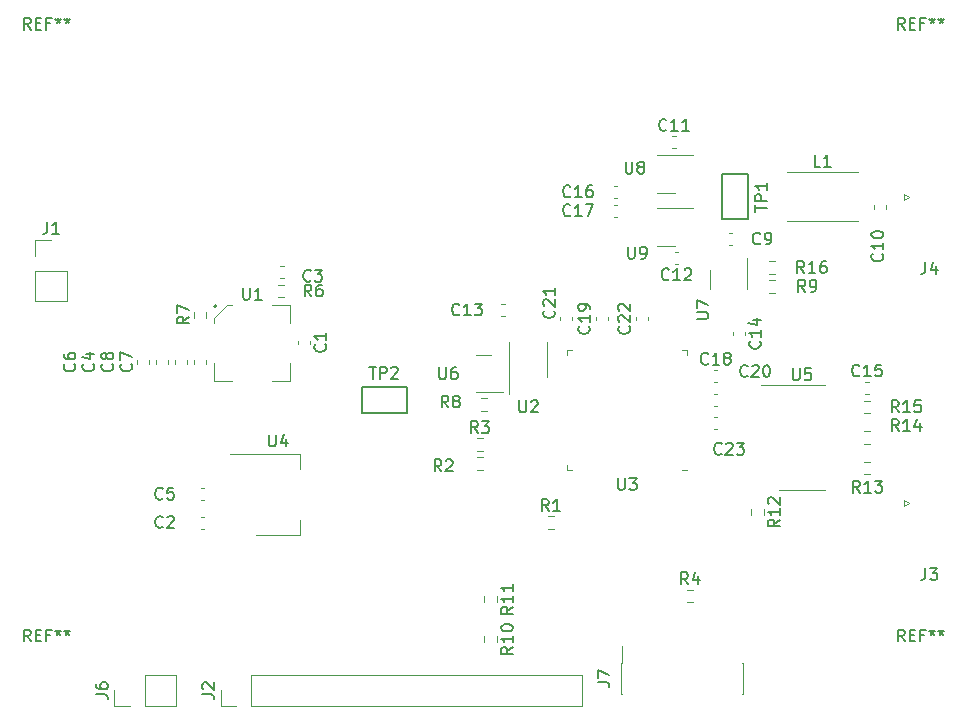
<source format=gbr>
%TF.GenerationSoftware,KiCad,Pcbnew,6.0.6-3a73a75311~116~ubuntu20.04.1*%
%TF.CreationDate,2022-09-22T10:05:31+01:00*%
%TF.ProjectId,UFOMothership,55464f4d-6f74-4686-9572-736869702e6b,rev?*%
%TF.SameCoordinates,Original*%
%TF.FileFunction,Legend,Top*%
%TF.FilePolarity,Positive*%
%FSLAX46Y46*%
G04 Gerber Fmt 4.6, Leading zero omitted, Abs format (unit mm)*
G04 Created by KiCad (PCBNEW 6.0.6-3a73a75311~116~ubuntu20.04.1) date 2022-09-22 10:05:31*
%MOMM*%
%LPD*%
G01*
G04 APERTURE LIST*
%ADD10C,0.150000*%
%ADD11C,0.120000*%
%ADD12C,0.200000*%
G04 APERTURE END LIST*
D10*
%TO.C,C23*%
X189357142Y-88557142D02*
X189309523Y-88604761D01*
X189166666Y-88652380D01*
X189071428Y-88652380D01*
X188928571Y-88604761D01*
X188833333Y-88509523D01*
X188785714Y-88414285D01*
X188738095Y-88223809D01*
X188738095Y-88080952D01*
X188785714Y-87890476D01*
X188833333Y-87795238D01*
X188928571Y-87700000D01*
X189071428Y-87652380D01*
X189166666Y-87652380D01*
X189309523Y-87700000D01*
X189357142Y-87747619D01*
X189738095Y-87747619D02*
X189785714Y-87700000D01*
X189880952Y-87652380D01*
X190119047Y-87652380D01*
X190214285Y-87700000D01*
X190261904Y-87747619D01*
X190309523Y-87842857D01*
X190309523Y-87938095D01*
X190261904Y-88080952D01*
X189690476Y-88652380D01*
X190309523Y-88652380D01*
X190642857Y-87652380D02*
X191261904Y-87652380D01*
X190928571Y-88033333D01*
X191071428Y-88033333D01*
X191166666Y-88080952D01*
X191214285Y-88128571D01*
X191261904Y-88223809D01*
X191261904Y-88461904D01*
X191214285Y-88557142D01*
X191166666Y-88604761D01*
X191071428Y-88652380D01*
X190785714Y-88652380D01*
X190690476Y-88604761D01*
X190642857Y-88557142D01*
%TO.C,C22*%
X181527142Y-77780356D02*
X181574761Y-77827975D01*
X181622380Y-77970832D01*
X181622380Y-78066070D01*
X181574761Y-78208927D01*
X181479523Y-78304165D01*
X181384285Y-78351784D01*
X181193809Y-78399403D01*
X181050952Y-78399403D01*
X180860476Y-78351784D01*
X180765238Y-78304165D01*
X180670000Y-78208927D01*
X180622380Y-78066070D01*
X180622380Y-77970832D01*
X180670000Y-77827975D01*
X180717619Y-77780356D01*
X180717619Y-77399403D02*
X180670000Y-77351784D01*
X180622380Y-77256546D01*
X180622380Y-77018451D01*
X180670000Y-76923213D01*
X180717619Y-76875594D01*
X180812857Y-76827975D01*
X180908095Y-76827975D01*
X181050952Y-76875594D01*
X181622380Y-77447022D01*
X181622380Y-76827975D01*
X180717619Y-76447022D02*
X180670000Y-76399403D01*
X180622380Y-76304165D01*
X180622380Y-76066070D01*
X180670000Y-75970832D01*
X180717619Y-75923213D01*
X180812857Y-75875594D01*
X180908095Y-75875594D01*
X181050952Y-75923213D01*
X181622380Y-76494641D01*
X181622380Y-75875594D01*
%TO.C,C21*%
X175157142Y-76442857D02*
X175204761Y-76490476D01*
X175252380Y-76633333D01*
X175252380Y-76728571D01*
X175204761Y-76871428D01*
X175109523Y-76966666D01*
X175014285Y-77014285D01*
X174823809Y-77061904D01*
X174680952Y-77061904D01*
X174490476Y-77014285D01*
X174395238Y-76966666D01*
X174300000Y-76871428D01*
X174252380Y-76728571D01*
X174252380Y-76633333D01*
X174300000Y-76490476D01*
X174347619Y-76442857D01*
X174347619Y-76061904D02*
X174300000Y-76014285D01*
X174252380Y-75919047D01*
X174252380Y-75680952D01*
X174300000Y-75585714D01*
X174347619Y-75538095D01*
X174442857Y-75490476D01*
X174538095Y-75490476D01*
X174680952Y-75538095D01*
X175252380Y-76109523D01*
X175252380Y-75490476D01*
X175252380Y-74538095D02*
X175252380Y-75109523D01*
X175252380Y-74823809D02*
X174252380Y-74823809D01*
X174395238Y-74919047D01*
X174490476Y-75014285D01*
X174538095Y-75109523D01*
%TO.C,C20*%
X191557142Y-81957142D02*
X191509523Y-82004761D01*
X191366666Y-82052380D01*
X191271428Y-82052380D01*
X191128571Y-82004761D01*
X191033333Y-81909523D01*
X190985714Y-81814285D01*
X190938095Y-81623809D01*
X190938095Y-81480952D01*
X190985714Y-81290476D01*
X191033333Y-81195238D01*
X191128571Y-81100000D01*
X191271428Y-81052380D01*
X191366666Y-81052380D01*
X191509523Y-81100000D01*
X191557142Y-81147619D01*
X191938095Y-81147619D02*
X191985714Y-81100000D01*
X192080952Y-81052380D01*
X192319047Y-81052380D01*
X192414285Y-81100000D01*
X192461904Y-81147619D01*
X192509523Y-81242857D01*
X192509523Y-81338095D01*
X192461904Y-81480952D01*
X191890476Y-82052380D01*
X192509523Y-82052380D01*
X193128571Y-81052380D02*
X193223809Y-81052380D01*
X193319047Y-81100000D01*
X193366666Y-81147619D01*
X193414285Y-81242857D01*
X193461904Y-81433333D01*
X193461904Y-81671428D01*
X193414285Y-81861904D01*
X193366666Y-81957142D01*
X193319047Y-82004761D01*
X193223809Y-82052380D01*
X193128571Y-82052380D01*
X193033333Y-82004761D01*
X192985714Y-81957142D01*
X192938095Y-81861904D01*
X192890476Y-81671428D01*
X192890476Y-81433333D01*
X192938095Y-81242857D01*
X192985714Y-81147619D01*
X193033333Y-81100000D01*
X193128571Y-81052380D01*
%TO.C,C19*%
X178127142Y-77780356D02*
X178174761Y-77827975D01*
X178222380Y-77970832D01*
X178222380Y-78066070D01*
X178174761Y-78208927D01*
X178079523Y-78304165D01*
X177984285Y-78351784D01*
X177793809Y-78399403D01*
X177650952Y-78399403D01*
X177460476Y-78351784D01*
X177365238Y-78304165D01*
X177270000Y-78208927D01*
X177222380Y-78066070D01*
X177222380Y-77970832D01*
X177270000Y-77827975D01*
X177317619Y-77780356D01*
X178222380Y-76827975D02*
X178222380Y-77399403D01*
X178222380Y-77113689D02*
X177222380Y-77113689D01*
X177365238Y-77208927D01*
X177460476Y-77304165D01*
X177508095Y-77399403D01*
X178222380Y-76351784D02*
X178222380Y-76161308D01*
X178174761Y-76066070D01*
X178127142Y-76018451D01*
X177984285Y-75923213D01*
X177793809Y-75875594D01*
X177412857Y-75875594D01*
X177317619Y-75923213D01*
X177270000Y-75970832D01*
X177222380Y-76066070D01*
X177222380Y-76256546D01*
X177270000Y-76351784D01*
X177317619Y-76399403D01*
X177412857Y-76447022D01*
X177650952Y-76447022D01*
X177746190Y-76399403D01*
X177793809Y-76351784D01*
X177841428Y-76256546D01*
X177841428Y-76066070D01*
X177793809Y-75970832D01*
X177746190Y-75923213D01*
X177650952Y-75875594D01*
%TO.C,C18*%
X188219642Y-80927142D02*
X188172023Y-80974761D01*
X188029166Y-81022380D01*
X187933928Y-81022380D01*
X187791071Y-80974761D01*
X187695833Y-80879523D01*
X187648214Y-80784285D01*
X187600595Y-80593809D01*
X187600595Y-80450952D01*
X187648214Y-80260476D01*
X187695833Y-80165238D01*
X187791071Y-80070000D01*
X187933928Y-80022380D01*
X188029166Y-80022380D01*
X188172023Y-80070000D01*
X188219642Y-80117619D01*
X189172023Y-81022380D02*
X188600595Y-81022380D01*
X188886309Y-81022380D02*
X188886309Y-80022380D01*
X188791071Y-80165238D01*
X188695833Y-80260476D01*
X188600595Y-80308095D01*
X189743452Y-80450952D02*
X189648214Y-80403333D01*
X189600595Y-80355714D01*
X189552976Y-80260476D01*
X189552976Y-80212857D01*
X189600595Y-80117619D01*
X189648214Y-80070000D01*
X189743452Y-80022380D01*
X189933928Y-80022380D01*
X190029166Y-80070000D01*
X190076785Y-80117619D01*
X190124404Y-80212857D01*
X190124404Y-80260476D01*
X190076785Y-80355714D01*
X190029166Y-80403333D01*
X189933928Y-80450952D01*
X189743452Y-80450952D01*
X189648214Y-80498571D01*
X189600595Y-80546190D01*
X189552976Y-80641428D01*
X189552976Y-80831904D01*
X189600595Y-80927142D01*
X189648214Y-80974761D01*
X189743452Y-81022380D01*
X189933928Y-81022380D01*
X190029166Y-80974761D01*
X190076785Y-80927142D01*
X190124404Y-80831904D01*
X190124404Y-80641428D01*
X190076785Y-80546190D01*
X190029166Y-80498571D01*
X189933928Y-80450952D01*
%TO.C,C17*%
X176557142Y-68357142D02*
X176509523Y-68404761D01*
X176366666Y-68452380D01*
X176271428Y-68452380D01*
X176128571Y-68404761D01*
X176033333Y-68309523D01*
X175985714Y-68214285D01*
X175938095Y-68023809D01*
X175938095Y-67880952D01*
X175985714Y-67690476D01*
X176033333Y-67595238D01*
X176128571Y-67500000D01*
X176271428Y-67452380D01*
X176366666Y-67452380D01*
X176509523Y-67500000D01*
X176557142Y-67547619D01*
X177509523Y-68452380D02*
X176938095Y-68452380D01*
X177223809Y-68452380D02*
X177223809Y-67452380D01*
X177128571Y-67595238D01*
X177033333Y-67690476D01*
X176938095Y-67738095D01*
X177842857Y-67452380D02*
X178509523Y-67452380D01*
X178080952Y-68452380D01*
%TO.C,C16*%
X176557142Y-66757142D02*
X176509523Y-66804761D01*
X176366666Y-66852380D01*
X176271428Y-66852380D01*
X176128571Y-66804761D01*
X176033333Y-66709523D01*
X175985714Y-66614285D01*
X175938095Y-66423809D01*
X175938095Y-66280952D01*
X175985714Y-66090476D01*
X176033333Y-65995238D01*
X176128571Y-65900000D01*
X176271428Y-65852380D01*
X176366666Y-65852380D01*
X176509523Y-65900000D01*
X176557142Y-65947619D01*
X177509523Y-66852380D02*
X176938095Y-66852380D01*
X177223809Y-66852380D02*
X177223809Y-65852380D01*
X177128571Y-65995238D01*
X177033333Y-66090476D01*
X176938095Y-66138095D01*
X178366666Y-65852380D02*
X178176190Y-65852380D01*
X178080952Y-65900000D01*
X178033333Y-65947619D01*
X177938095Y-66090476D01*
X177890476Y-66280952D01*
X177890476Y-66661904D01*
X177938095Y-66757142D01*
X177985714Y-66804761D01*
X178080952Y-66852380D01*
X178271428Y-66852380D01*
X178366666Y-66804761D01*
X178414285Y-66757142D01*
X178461904Y-66661904D01*
X178461904Y-66423809D01*
X178414285Y-66328571D01*
X178366666Y-66280952D01*
X178271428Y-66233333D01*
X178080952Y-66233333D01*
X177985714Y-66280952D01*
X177938095Y-66328571D01*
X177890476Y-66423809D01*
%TO.C,C15*%
X201019642Y-81927142D02*
X200972023Y-81974761D01*
X200829166Y-82022380D01*
X200733928Y-82022380D01*
X200591071Y-81974761D01*
X200495833Y-81879523D01*
X200448214Y-81784285D01*
X200400595Y-81593809D01*
X200400595Y-81450952D01*
X200448214Y-81260476D01*
X200495833Y-81165238D01*
X200591071Y-81070000D01*
X200733928Y-81022380D01*
X200829166Y-81022380D01*
X200972023Y-81070000D01*
X201019642Y-81117619D01*
X201972023Y-82022380D02*
X201400595Y-82022380D01*
X201686309Y-82022380D02*
X201686309Y-81022380D01*
X201591071Y-81165238D01*
X201495833Y-81260476D01*
X201400595Y-81308095D01*
X202876785Y-81022380D02*
X202400595Y-81022380D01*
X202352976Y-81498571D01*
X202400595Y-81450952D01*
X202495833Y-81403333D01*
X202733928Y-81403333D01*
X202829166Y-81450952D01*
X202876785Y-81498571D01*
X202924404Y-81593809D01*
X202924404Y-81831904D01*
X202876785Y-81927142D01*
X202829166Y-81974761D01*
X202733928Y-82022380D01*
X202495833Y-82022380D01*
X202400595Y-81974761D01*
X202352976Y-81927142D01*
%TO.C,C14*%
X192587142Y-79042857D02*
X192634761Y-79090476D01*
X192682380Y-79233333D01*
X192682380Y-79328571D01*
X192634761Y-79471428D01*
X192539523Y-79566666D01*
X192444285Y-79614285D01*
X192253809Y-79661904D01*
X192110952Y-79661904D01*
X191920476Y-79614285D01*
X191825238Y-79566666D01*
X191730000Y-79471428D01*
X191682380Y-79328571D01*
X191682380Y-79233333D01*
X191730000Y-79090476D01*
X191777619Y-79042857D01*
X192682380Y-78090476D02*
X192682380Y-78661904D01*
X192682380Y-78376190D02*
X191682380Y-78376190D01*
X191825238Y-78471428D01*
X191920476Y-78566666D01*
X191968095Y-78661904D01*
X192015714Y-77233333D02*
X192682380Y-77233333D01*
X191634761Y-77471428D02*
X192349047Y-77709523D01*
X192349047Y-77090476D01*
%TO.C,C13*%
X167157142Y-76757142D02*
X167109523Y-76804761D01*
X166966666Y-76852380D01*
X166871428Y-76852380D01*
X166728571Y-76804761D01*
X166633333Y-76709523D01*
X166585714Y-76614285D01*
X166538095Y-76423809D01*
X166538095Y-76280952D01*
X166585714Y-76090476D01*
X166633333Y-75995238D01*
X166728571Y-75900000D01*
X166871428Y-75852380D01*
X166966666Y-75852380D01*
X167109523Y-75900000D01*
X167157142Y-75947619D01*
X168109523Y-76852380D02*
X167538095Y-76852380D01*
X167823809Y-76852380D02*
X167823809Y-75852380D01*
X167728571Y-75995238D01*
X167633333Y-76090476D01*
X167538095Y-76138095D01*
X168442857Y-75852380D02*
X169061904Y-75852380D01*
X168728571Y-76233333D01*
X168871428Y-76233333D01*
X168966666Y-76280952D01*
X169014285Y-76328571D01*
X169061904Y-76423809D01*
X169061904Y-76661904D01*
X169014285Y-76757142D01*
X168966666Y-76804761D01*
X168871428Y-76852380D01*
X168585714Y-76852380D01*
X168490476Y-76804761D01*
X168442857Y-76757142D01*
%TO.C,C12*%
X184894641Y-73787142D02*
X184847022Y-73834761D01*
X184704165Y-73882380D01*
X184608927Y-73882380D01*
X184466070Y-73834761D01*
X184370832Y-73739523D01*
X184323213Y-73644285D01*
X184275594Y-73453809D01*
X184275594Y-73310952D01*
X184323213Y-73120476D01*
X184370832Y-73025238D01*
X184466070Y-72930000D01*
X184608927Y-72882380D01*
X184704165Y-72882380D01*
X184847022Y-72930000D01*
X184894641Y-72977619D01*
X185847022Y-73882380D02*
X185275594Y-73882380D01*
X185561308Y-73882380D02*
X185561308Y-72882380D01*
X185466070Y-73025238D01*
X185370832Y-73120476D01*
X185275594Y-73168095D01*
X186227975Y-72977619D02*
X186275594Y-72930000D01*
X186370832Y-72882380D01*
X186608927Y-72882380D01*
X186704165Y-72930000D01*
X186751784Y-72977619D01*
X186799403Y-73072857D01*
X186799403Y-73168095D01*
X186751784Y-73310952D01*
X186180356Y-73882380D01*
X186799403Y-73882380D01*
%TO.C,C11*%
X184694642Y-61127142D02*
X184647023Y-61174761D01*
X184504166Y-61222380D01*
X184408928Y-61222380D01*
X184266071Y-61174761D01*
X184170833Y-61079523D01*
X184123214Y-60984285D01*
X184075595Y-60793809D01*
X184075595Y-60650952D01*
X184123214Y-60460476D01*
X184170833Y-60365238D01*
X184266071Y-60270000D01*
X184408928Y-60222380D01*
X184504166Y-60222380D01*
X184647023Y-60270000D01*
X184694642Y-60317619D01*
X185647023Y-61222380D02*
X185075595Y-61222380D01*
X185361309Y-61222380D02*
X185361309Y-60222380D01*
X185266071Y-60365238D01*
X185170833Y-60460476D01*
X185075595Y-60508095D01*
X186599404Y-61222380D02*
X186027976Y-61222380D01*
X186313690Y-61222380D02*
X186313690Y-60222380D01*
X186218452Y-60365238D01*
X186123214Y-60460476D01*
X186027976Y-60508095D01*
%TO.C,TP2*%
X159538095Y-81202380D02*
X160109523Y-81202380D01*
X159823809Y-82202380D02*
X159823809Y-81202380D01*
X160442857Y-82202380D02*
X160442857Y-81202380D01*
X160823809Y-81202380D01*
X160919047Y-81250000D01*
X160966666Y-81297619D01*
X161014285Y-81392857D01*
X161014285Y-81535714D01*
X160966666Y-81630952D01*
X160919047Y-81678571D01*
X160823809Y-81726190D01*
X160442857Y-81726190D01*
X161395238Y-81297619D02*
X161442857Y-81250000D01*
X161538095Y-81202380D01*
X161776190Y-81202380D01*
X161871428Y-81250000D01*
X161919047Y-81297619D01*
X161966666Y-81392857D01*
X161966666Y-81488095D01*
X161919047Y-81630952D01*
X161347619Y-82202380D01*
X161966666Y-82202380D01*
%TO.C,TP1*%
X192214880Y-68061904D02*
X192214880Y-67490476D01*
X193214880Y-67776190D02*
X192214880Y-67776190D01*
X193214880Y-67157142D02*
X192214880Y-67157142D01*
X192214880Y-66776190D01*
X192262500Y-66680952D01*
X192310119Y-66633333D01*
X192405357Y-66585714D01*
X192548214Y-66585714D01*
X192643452Y-66633333D01*
X192691071Y-66680952D01*
X192738690Y-66776190D01*
X192738690Y-67157142D01*
X193214880Y-65633333D02*
X193214880Y-66204761D01*
X193214880Y-65919047D02*
X192214880Y-65919047D01*
X192357738Y-66014285D01*
X192452976Y-66109523D01*
X192500595Y-66204761D01*
%TO.C,J7*%
X178872380Y-107933333D02*
X179586666Y-107933333D01*
X179729523Y-107980952D01*
X179824761Y-108076190D01*
X179872380Y-108219047D01*
X179872380Y-108314285D01*
X178872380Y-107552380D02*
X178872380Y-106885714D01*
X179872380Y-107314285D01*
%TO.C,REF\u002A\u002A*%
X204866666Y-104452380D02*
X204533333Y-103976190D01*
X204295238Y-104452380D02*
X204295238Y-103452380D01*
X204676190Y-103452380D01*
X204771428Y-103500000D01*
X204819047Y-103547619D01*
X204866666Y-103642857D01*
X204866666Y-103785714D01*
X204819047Y-103880952D01*
X204771428Y-103928571D01*
X204676190Y-103976190D01*
X204295238Y-103976190D01*
X205295238Y-103928571D02*
X205628571Y-103928571D01*
X205771428Y-104452380D02*
X205295238Y-104452380D01*
X205295238Y-103452380D01*
X205771428Y-103452380D01*
X206533333Y-103928571D02*
X206200000Y-103928571D01*
X206200000Y-104452380D02*
X206200000Y-103452380D01*
X206676190Y-103452380D01*
X207200000Y-103452380D02*
X207200000Y-103690476D01*
X206961904Y-103595238D02*
X207200000Y-103690476D01*
X207438095Y-103595238D01*
X207057142Y-103880952D02*
X207200000Y-103690476D01*
X207342857Y-103880952D01*
X207961904Y-103452380D02*
X207961904Y-103690476D01*
X207723809Y-103595238D02*
X207961904Y-103690476D01*
X208200000Y-103595238D01*
X207819047Y-103880952D02*
X207961904Y-103690476D01*
X208104761Y-103880952D01*
X204866666Y-52652380D02*
X204533333Y-52176190D01*
X204295238Y-52652380D02*
X204295238Y-51652380D01*
X204676190Y-51652380D01*
X204771428Y-51700000D01*
X204819047Y-51747619D01*
X204866666Y-51842857D01*
X204866666Y-51985714D01*
X204819047Y-52080952D01*
X204771428Y-52128571D01*
X204676190Y-52176190D01*
X204295238Y-52176190D01*
X205295238Y-52128571D02*
X205628571Y-52128571D01*
X205771428Y-52652380D02*
X205295238Y-52652380D01*
X205295238Y-51652380D01*
X205771428Y-51652380D01*
X206533333Y-52128571D02*
X206200000Y-52128571D01*
X206200000Y-52652380D02*
X206200000Y-51652380D01*
X206676190Y-51652380D01*
X207200000Y-51652380D02*
X207200000Y-51890476D01*
X206961904Y-51795238D02*
X207200000Y-51890476D01*
X207438095Y-51795238D01*
X207057142Y-52080952D02*
X207200000Y-51890476D01*
X207342857Y-52080952D01*
X207961904Y-51652380D02*
X207961904Y-51890476D01*
X207723809Y-51795238D02*
X207961904Y-51890476D01*
X208200000Y-51795238D01*
X207819047Y-52080952D02*
X207961904Y-51890476D01*
X208104761Y-52080952D01*
%TO.C,R7*%
X144252380Y-76966666D02*
X143776190Y-77300000D01*
X144252380Y-77538095D02*
X143252380Y-77538095D01*
X143252380Y-77157142D01*
X143300000Y-77061904D01*
X143347619Y-77014285D01*
X143442857Y-76966666D01*
X143585714Y-76966666D01*
X143680952Y-77014285D01*
X143728571Y-77061904D01*
X143776190Y-77157142D01*
X143776190Y-77538095D01*
X143252380Y-76633333D02*
X143252380Y-75966666D01*
X144252380Y-76395238D01*
%TO.C,R9*%
X196433333Y-74852380D02*
X196100000Y-74376190D01*
X195861904Y-74852380D02*
X195861904Y-73852380D01*
X196242857Y-73852380D01*
X196338095Y-73900000D01*
X196385714Y-73947619D01*
X196433333Y-74042857D01*
X196433333Y-74185714D01*
X196385714Y-74280952D01*
X196338095Y-74328571D01*
X196242857Y-74376190D01*
X195861904Y-74376190D01*
X196909523Y-74852380D02*
X197100000Y-74852380D01*
X197195238Y-74804761D01*
X197242857Y-74757142D01*
X197338095Y-74614285D01*
X197385714Y-74423809D01*
X197385714Y-74042857D01*
X197338095Y-73947619D01*
X197290476Y-73900000D01*
X197195238Y-73852380D01*
X197004761Y-73852380D01*
X196909523Y-73900000D01*
X196861904Y-73947619D01*
X196814285Y-74042857D01*
X196814285Y-74280952D01*
X196861904Y-74376190D01*
X196909523Y-74423809D01*
X197004761Y-74471428D01*
X197195238Y-74471428D01*
X197290476Y-74423809D01*
X197338095Y-74376190D01*
X197385714Y-74280952D01*
%TO.C,J6*%
X136382380Y-108933333D02*
X137096666Y-108933333D01*
X137239523Y-108980952D01*
X137334761Y-109076190D01*
X137382380Y-109219047D01*
X137382380Y-109314285D01*
X136382380Y-108028571D02*
X136382380Y-108219047D01*
X136430000Y-108314285D01*
X136477619Y-108361904D01*
X136620476Y-108457142D01*
X136810952Y-108504761D01*
X137191904Y-108504761D01*
X137287142Y-108457142D01*
X137334761Y-108409523D01*
X137382380Y-108314285D01*
X137382380Y-108123809D01*
X137334761Y-108028571D01*
X137287142Y-107980952D01*
X137191904Y-107933333D01*
X136953809Y-107933333D01*
X136858571Y-107980952D01*
X136810952Y-108028571D01*
X136763333Y-108123809D01*
X136763333Y-108314285D01*
X136810952Y-108409523D01*
X136858571Y-108457142D01*
X136953809Y-108504761D01*
%TO.C,U1*%
X148838095Y-74527380D02*
X148838095Y-75336904D01*
X148885714Y-75432142D01*
X148933333Y-75479761D01*
X149028571Y-75527380D01*
X149219047Y-75527380D01*
X149314285Y-75479761D01*
X149361904Y-75432142D01*
X149409523Y-75336904D01*
X149409523Y-74527380D01*
X150409523Y-75527380D02*
X149838095Y-75527380D01*
X150123809Y-75527380D02*
X150123809Y-74527380D01*
X150028571Y-74670238D01*
X149933333Y-74765476D01*
X149838095Y-74813095D01*
%TO.C,J4*%
X206626666Y-72352380D02*
X206626666Y-73066666D01*
X206579047Y-73209523D01*
X206483809Y-73304761D01*
X206340952Y-73352380D01*
X206245714Y-73352380D01*
X207531428Y-72685714D02*
X207531428Y-73352380D01*
X207293333Y-72304761D02*
X207055238Y-73019047D01*
X207674285Y-73019047D01*
%TO.C,REF\u002A\u002A*%
X130866666Y-104452380D02*
X130533333Y-103976190D01*
X130295238Y-104452380D02*
X130295238Y-103452380D01*
X130676190Y-103452380D01*
X130771428Y-103500000D01*
X130819047Y-103547619D01*
X130866666Y-103642857D01*
X130866666Y-103785714D01*
X130819047Y-103880952D01*
X130771428Y-103928571D01*
X130676190Y-103976190D01*
X130295238Y-103976190D01*
X131295238Y-103928571D02*
X131628571Y-103928571D01*
X131771428Y-104452380D02*
X131295238Y-104452380D01*
X131295238Y-103452380D01*
X131771428Y-103452380D01*
X132533333Y-103928571D02*
X132200000Y-103928571D01*
X132200000Y-104452380D02*
X132200000Y-103452380D01*
X132676190Y-103452380D01*
X133200000Y-103452380D02*
X133200000Y-103690476D01*
X132961904Y-103595238D02*
X133200000Y-103690476D01*
X133438095Y-103595238D01*
X133057142Y-103880952D02*
X133200000Y-103690476D01*
X133342857Y-103880952D01*
X133961904Y-103452380D02*
X133961904Y-103690476D01*
X133723809Y-103595238D02*
X133961904Y-103690476D01*
X134200000Y-103595238D01*
X133819047Y-103880952D02*
X133961904Y-103690476D01*
X134104761Y-103880952D01*
%TO.C,U2*%
X172238095Y-84052380D02*
X172238095Y-84861904D01*
X172285714Y-84957142D01*
X172333333Y-85004761D01*
X172428571Y-85052380D01*
X172619047Y-85052380D01*
X172714285Y-85004761D01*
X172761904Y-84957142D01*
X172809523Y-84861904D01*
X172809523Y-84052380D01*
X173238095Y-84147619D02*
X173285714Y-84100000D01*
X173380952Y-84052380D01*
X173619047Y-84052380D01*
X173714285Y-84100000D01*
X173761904Y-84147619D01*
X173809523Y-84242857D01*
X173809523Y-84338095D01*
X173761904Y-84480952D01*
X173190476Y-85052380D01*
X173809523Y-85052380D01*
%TO.C,R3*%
X168720833Y-86822380D02*
X168387500Y-86346190D01*
X168149404Y-86822380D02*
X168149404Y-85822380D01*
X168530357Y-85822380D01*
X168625595Y-85870000D01*
X168673214Y-85917619D01*
X168720833Y-86012857D01*
X168720833Y-86155714D01*
X168673214Y-86250952D01*
X168625595Y-86298571D01*
X168530357Y-86346190D01*
X168149404Y-86346190D01*
X169054166Y-85822380D02*
X169673214Y-85822380D01*
X169339880Y-86203333D01*
X169482738Y-86203333D01*
X169577976Y-86250952D01*
X169625595Y-86298571D01*
X169673214Y-86393809D01*
X169673214Y-86631904D01*
X169625595Y-86727142D01*
X169577976Y-86774761D01*
X169482738Y-86822380D01*
X169197023Y-86822380D01*
X169101785Y-86774761D01*
X169054166Y-86727142D01*
%TO.C,R8*%
X166233333Y-84652380D02*
X165900000Y-84176190D01*
X165661904Y-84652380D02*
X165661904Y-83652380D01*
X166042857Y-83652380D01*
X166138095Y-83700000D01*
X166185714Y-83747619D01*
X166233333Y-83842857D01*
X166233333Y-83985714D01*
X166185714Y-84080952D01*
X166138095Y-84128571D01*
X166042857Y-84176190D01*
X165661904Y-84176190D01*
X166804761Y-84080952D02*
X166709523Y-84033333D01*
X166661904Y-83985714D01*
X166614285Y-83890476D01*
X166614285Y-83842857D01*
X166661904Y-83747619D01*
X166709523Y-83700000D01*
X166804761Y-83652380D01*
X166995238Y-83652380D01*
X167090476Y-83700000D01*
X167138095Y-83747619D01*
X167185714Y-83842857D01*
X167185714Y-83890476D01*
X167138095Y-83985714D01*
X167090476Y-84033333D01*
X166995238Y-84080952D01*
X166804761Y-84080952D01*
X166709523Y-84128571D01*
X166661904Y-84176190D01*
X166614285Y-84271428D01*
X166614285Y-84461904D01*
X166661904Y-84557142D01*
X166709523Y-84604761D01*
X166804761Y-84652380D01*
X166995238Y-84652380D01*
X167090476Y-84604761D01*
X167138095Y-84557142D01*
X167185714Y-84461904D01*
X167185714Y-84271428D01*
X167138095Y-84176190D01*
X167090476Y-84128571D01*
X166995238Y-84080952D01*
%TO.C,C3*%
X154583333Y-73897142D02*
X154535714Y-73944761D01*
X154392857Y-73992380D01*
X154297619Y-73992380D01*
X154154761Y-73944761D01*
X154059523Y-73849523D01*
X154011904Y-73754285D01*
X153964285Y-73563809D01*
X153964285Y-73420952D01*
X154011904Y-73230476D01*
X154059523Y-73135238D01*
X154154761Y-73040000D01*
X154297619Y-72992380D01*
X154392857Y-72992380D01*
X154535714Y-73040000D01*
X154583333Y-73087619D01*
X154916666Y-72992380D02*
X155535714Y-72992380D01*
X155202380Y-73373333D01*
X155345238Y-73373333D01*
X155440476Y-73420952D01*
X155488095Y-73468571D01*
X155535714Y-73563809D01*
X155535714Y-73801904D01*
X155488095Y-73897142D01*
X155440476Y-73944761D01*
X155345238Y-73992380D01*
X155059523Y-73992380D01*
X154964285Y-73944761D01*
X154916666Y-73897142D01*
%TO.C,R10*%
X171682380Y-104930357D02*
X171206190Y-105263690D01*
X171682380Y-105501785D02*
X170682380Y-105501785D01*
X170682380Y-105120833D01*
X170730000Y-105025595D01*
X170777619Y-104977976D01*
X170872857Y-104930357D01*
X171015714Y-104930357D01*
X171110952Y-104977976D01*
X171158571Y-105025595D01*
X171206190Y-105120833D01*
X171206190Y-105501785D01*
X171682380Y-103977976D02*
X171682380Y-104549404D01*
X171682380Y-104263690D02*
X170682380Y-104263690D01*
X170825238Y-104358928D01*
X170920476Y-104454166D01*
X170968095Y-104549404D01*
X170682380Y-103358928D02*
X170682380Y-103263690D01*
X170730000Y-103168452D01*
X170777619Y-103120833D01*
X170872857Y-103073214D01*
X171063333Y-103025595D01*
X171301428Y-103025595D01*
X171491904Y-103073214D01*
X171587142Y-103120833D01*
X171634761Y-103168452D01*
X171682380Y-103263690D01*
X171682380Y-103358928D01*
X171634761Y-103454166D01*
X171587142Y-103501785D01*
X171491904Y-103549404D01*
X171301428Y-103597023D01*
X171063333Y-103597023D01*
X170872857Y-103549404D01*
X170777619Y-103501785D01*
X170730000Y-103454166D01*
X170682380Y-103358928D01*
%TO.C,U3*%
X180588095Y-90634880D02*
X180588095Y-91444404D01*
X180635714Y-91539642D01*
X180683333Y-91587261D01*
X180778571Y-91634880D01*
X180969047Y-91634880D01*
X181064285Y-91587261D01*
X181111904Y-91539642D01*
X181159523Y-91444404D01*
X181159523Y-90634880D01*
X181540476Y-90634880D02*
X182159523Y-90634880D01*
X181826190Y-91015833D01*
X181969047Y-91015833D01*
X182064285Y-91063452D01*
X182111904Y-91111071D01*
X182159523Y-91206309D01*
X182159523Y-91444404D01*
X182111904Y-91539642D01*
X182064285Y-91587261D01*
X181969047Y-91634880D01*
X181683333Y-91634880D01*
X181588095Y-91587261D01*
X181540476Y-91539642D01*
%TO.C,R15*%
X204357142Y-85052380D02*
X204023809Y-84576190D01*
X203785714Y-85052380D02*
X203785714Y-84052380D01*
X204166666Y-84052380D01*
X204261904Y-84100000D01*
X204309523Y-84147619D01*
X204357142Y-84242857D01*
X204357142Y-84385714D01*
X204309523Y-84480952D01*
X204261904Y-84528571D01*
X204166666Y-84576190D01*
X203785714Y-84576190D01*
X205309523Y-85052380D02*
X204738095Y-85052380D01*
X205023809Y-85052380D02*
X205023809Y-84052380D01*
X204928571Y-84195238D01*
X204833333Y-84290476D01*
X204738095Y-84338095D01*
X206214285Y-84052380D02*
X205738095Y-84052380D01*
X205690476Y-84528571D01*
X205738095Y-84480952D01*
X205833333Y-84433333D01*
X206071428Y-84433333D01*
X206166666Y-84480952D01*
X206214285Y-84528571D01*
X206261904Y-84623809D01*
X206261904Y-84861904D01*
X206214285Y-84957142D01*
X206166666Y-85004761D01*
X206071428Y-85052380D01*
X205833333Y-85052380D01*
X205738095Y-85004761D01*
X205690476Y-84957142D01*
%TO.C,J2*%
X145402380Y-108933333D02*
X146116666Y-108933333D01*
X146259523Y-108980952D01*
X146354761Y-109076190D01*
X146402380Y-109219047D01*
X146402380Y-109314285D01*
X145497619Y-108504761D02*
X145450000Y-108457142D01*
X145402380Y-108361904D01*
X145402380Y-108123809D01*
X145450000Y-108028571D01*
X145497619Y-107980952D01*
X145592857Y-107933333D01*
X145688095Y-107933333D01*
X145830952Y-107980952D01*
X146402380Y-108552380D01*
X146402380Y-107933333D01*
%TO.C,C4*%
X136157142Y-80966666D02*
X136204761Y-81014285D01*
X136252380Y-81157142D01*
X136252380Y-81252380D01*
X136204761Y-81395238D01*
X136109523Y-81490476D01*
X136014285Y-81538095D01*
X135823809Y-81585714D01*
X135680952Y-81585714D01*
X135490476Y-81538095D01*
X135395238Y-81490476D01*
X135300000Y-81395238D01*
X135252380Y-81252380D01*
X135252380Y-81157142D01*
X135300000Y-81014285D01*
X135347619Y-80966666D01*
X135585714Y-80109523D02*
X136252380Y-80109523D01*
X135204761Y-80347619D02*
X135919047Y-80585714D01*
X135919047Y-79966666D01*
%TO.C,C5*%
X142033333Y-92357142D02*
X141985714Y-92404761D01*
X141842857Y-92452380D01*
X141747619Y-92452380D01*
X141604761Y-92404761D01*
X141509523Y-92309523D01*
X141461904Y-92214285D01*
X141414285Y-92023809D01*
X141414285Y-91880952D01*
X141461904Y-91690476D01*
X141509523Y-91595238D01*
X141604761Y-91500000D01*
X141747619Y-91452380D01*
X141842857Y-91452380D01*
X141985714Y-91500000D01*
X142033333Y-91547619D01*
X142938095Y-91452380D02*
X142461904Y-91452380D01*
X142414285Y-91928571D01*
X142461904Y-91880952D01*
X142557142Y-91833333D01*
X142795238Y-91833333D01*
X142890476Y-91880952D01*
X142938095Y-91928571D01*
X142985714Y-92023809D01*
X142985714Y-92261904D01*
X142938095Y-92357142D01*
X142890476Y-92404761D01*
X142795238Y-92452380D01*
X142557142Y-92452380D01*
X142461904Y-92404761D01*
X142414285Y-92357142D01*
%TO.C,U6*%
X165438095Y-81252380D02*
X165438095Y-82061904D01*
X165485714Y-82157142D01*
X165533333Y-82204761D01*
X165628571Y-82252380D01*
X165819047Y-82252380D01*
X165914285Y-82204761D01*
X165961904Y-82157142D01*
X166009523Y-82061904D01*
X166009523Y-81252380D01*
X166914285Y-81252380D02*
X166723809Y-81252380D01*
X166628571Y-81300000D01*
X166580952Y-81347619D01*
X166485714Y-81490476D01*
X166438095Y-81680952D01*
X166438095Y-82061904D01*
X166485714Y-82157142D01*
X166533333Y-82204761D01*
X166628571Y-82252380D01*
X166819047Y-82252380D01*
X166914285Y-82204761D01*
X166961904Y-82157142D01*
X167009523Y-82061904D01*
X167009523Y-81823809D01*
X166961904Y-81728571D01*
X166914285Y-81680952D01*
X166819047Y-81633333D01*
X166628571Y-81633333D01*
X166533333Y-81680952D01*
X166485714Y-81728571D01*
X166438095Y-81823809D01*
%TO.C,C2*%
X142033333Y-94757142D02*
X141985714Y-94804761D01*
X141842857Y-94852380D01*
X141747619Y-94852380D01*
X141604761Y-94804761D01*
X141509523Y-94709523D01*
X141461904Y-94614285D01*
X141414285Y-94423809D01*
X141414285Y-94280952D01*
X141461904Y-94090476D01*
X141509523Y-93995238D01*
X141604761Y-93900000D01*
X141747619Y-93852380D01*
X141842857Y-93852380D01*
X141985714Y-93900000D01*
X142033333Y-93947619D01*
X142414285Y-93947619D02*
X142461904Y-93900000D01*
X142557142Y-93852380D01*
X142795238Y-93852380D01*
X142890476Y-93900000D01*
X142938095Y-93947619D01*
X142985714Y-94042857D01*
X142985714Y-94138095D01*
X142938095Y-94280952D01*
X142366666Y-94852380D01*
X142985714Y-94852380D01*
%TO.C,REF\u002A\u002A*%
X130866666Y-52652380D02*
X130533333Y-52176190D01*
X130295238Y-52652380D02*
X130295238Y-51652380D01*
X130676190Y-51652380D01*
X130771428Y-51700000D01*
X130819047Y-51747619D01*
X130866666Y-51842857D01*
X130866666Y-51985714D01*
X130819047Y-52080952D01*
X130771428Y-52128571D01*
X130676190Y-52176190D01*
X130295238Y-52176190D01*
X131295238Y-52128571D02*
X131628571Y-52128571D01*
X131771428Y-52652380D02*
X131295238Y-52652380D01*
X131295238Y-51652380D01*
X131771428Y-51652380D01*
X132533333Y-52128571D02*
X132200000Y-52128571D01*
X132200000Y-52652380D02*
X132200000Y-51652380D01*
X132676190Y-51652380D01*
X133200000Y-51652380D02*
X133200000Y-51890476D01*
X132961904Y-51795238D02*
X133200000Y-51890476D01*
X133438095Y-51795238D01*
X133057142Y-52080952D02*
X133200000Y-51890476D01*
X133342857Y-52080952D01*
X133961904Y-51652380D02*
X133961904Y-51890476D01*
X133723809Y-51795238D02*
X133961904Y-51890476D01*
X134200000Y-51795238D01*
X133819047Y-52080952D02*
X133961904Y-51890476D01*
X134104761Y-52080952D01*
%TO.C,C10*%
X202957142Y-71642857D02*
X203004761Y-71690476D01*
X203052380Y-71833333D01*
X203052380Y-71928571D01*
X203004761Y-72071428D01*
X202909523Y-72166666D01*
X202814285Y-72214285D01*
X202623809Y-72261904D01*
X202480952Y-72261904D01*
X202290476Y-72214285D01*
X202195238Y-72166666D01*
X202100000Y-72071428D01*
X202052380Y-71928571D01*
X202052380Y-71833333D01*
X202100000Y-71690476D01*
X202147619Y-71642857D01*
X203052380Y-70690476D02*
X203052380Y-71261904D01*
X203052380Y-70976190D02*
X202052380Y-70976190D01*
X202195238Y-71071428D01*
X202290476Y-71166666D01*
X202338095Y-71261904D01*
X202052380Y-70071428D02*
X202052380Y-69976190D01*
X202100000Y-69880952D01*
X202147619Y-69833333D01*
X202242857Y-69785714D01*
X202433333Y-69738095D01*
X202671428Y-69738095D01*
X202861904Y-69785714D01*
X202957142Y-69833333D01*
X203004761Y-69880952D01*
X203052380Y-69976190D01*
X203052380Y-70071428D01*
X203004761Y-70166666D01*
X202957142Y-70214285D01*
X202861904Y-70261904D01*
X202671428Y-70309523D01*
X202433333Y-70309523D01*
X202242857Y-70261904D01*
X202147619Y-70214285D01*
X202100000Y-70166666D01*
X202052380Y-70071428D01*
%TO.C,J1*%
X132266666Y-68922380D02*
X132266666Y-69636666D01*
X132219047Y-69779523D01*
X132123809Y-69874761D01*
X131980952Y-69922380D01*
X131885714Y-69922380D01*
X133266666Y-69922380D02*
X132695238Y-69922380D01*
X132980952Y-69922380D02*
X132980952Y-68922380D01*
X132885714Y-69065238D01*
X132790476Y-69160476D01*
X132695238Y-69208095D01*
%TO.C,R2*%
X165633333Y-90052380D02*
X165300000Y-89576190D01*
X165061904Y-90052380D02*
X165061904Y-89052380D01*
X165442857Y-89052380D01*
X165538095Y-89100000D01*
X165585714Y-89147619D01*
X165633333Y-89242857D01*
X165633333Y-89385714D01*
X165585714Y-89480952D01*
X165538095Y-89528571D01*
X165442857Y-89576190D01*
X165061904Y-89576190D01*
X166014285Y-89147619D02*
X166061904Y-89100000D01*
X166157142Y-89052380D01*
X166395238Y-89052380D01*
X166490476Y-89100000D01*
X166538095Y-89147619D01*
X166585714Y-89242857D01*
X166585714Y-89338095D01*
X166538095Y-89480952D01*
X165966666Y-90052380D01*
X166585714Y-90052380D01*
%TO.C,C6*%
X134557142Y-80966666D02*
X134604761Y-81014285D01*
X134652380Y-81157142D01*
X134652380Y-81252380D01*
X134604761Y-81395238D01*
X134509523Y-81490476D01*
X134414285Y-81538095D01*
X134223809Y-81585714D01*
X134080952Y-81585714D01*
X133890476Y-81538095D01*
X133795238Y-81490476D01*
X133700000Y-81395238D01*
X133652380Y-81252380D01*
X133652380Y-81157142D01*
X133700000Y-81014285D01*
X133747619Y-80966666D01*
X133652380Y-80109523D02*
X133652380Y-80300000D01*
X133700000Y-80395238D01*
X133747619Y-80442857D01*
X133890476Y-80538095D01*
X134080952Y-80585714D01*
X134461904Y-80585714D01*
X134557142Y-80538095D01*
X134604761Y-80490476D01*
X134652380Y-80395238D01*
X134652380Y-80204761D01*
X134604761Y-80109523D01*
X134557142Y-80061904D01*
X134461904Y-80014285D01*
X134223809Y-80014285D01*
X134128571Y-80061904D01*
X134080952Y-80109523D01*
X134033333Y-80204761D01*
X134033333Y-80395238D01*
X134080952Y-80490476D01*
X134128571Y-80538095D01*
X134223809Y-80585714D01*
%TO.C,R14*%
X204357142Y-86652380D02*
X204023809Y-86176190D01*
X203785714Y-86652380D02*
X203785714Y-85652380D01*
X204166666Y-85652380D01*
X204261904Y-85700000D01*
X204309523Y-85747619D01*
X204357142Y-85842857D01*
X204357142Y-85985714D01*
X204309523Y-86080952D01*
X204261904Y-86128571D01*
X204166666Y-86176190D01*
X203785714Y-86176190D01*
X205309523Y-86652380D02*
X204738095Y-86652380D01*
X205023809Y-86652380D02*
X205023809Y-85652380D01*
X204928571Y-85795238D01*
X204833333Y-85890476D01*
X204738095Y-85938095D01*
X206166666Y-85985714D02*
X206166666Y-86652380D01*
X205928571Y-85604761D02*
X205690476Y-86319047D01*
X206309523Y-86319047D01*
%TO.C,U9*%
X181438095Y-71052380D02*
X181438095Y-71861904D01*
X181485714Y-71957142D01*
X181533333Y-72004761D01*
X181628571Y-72052380D01*
X181819047Y-72052380D01*
X181914285Y-72004761D01*
X181961904Y-71957142D01*
X182009523Y-71861904D01*
X182009523Y-71052380D01*
X182533333Y-72052380D02*
X182723809Y-72052380D01*
X182819047Y-72004761D01*
X182866666Y-71957142D01*
X182961904Y-71814285D01*
X183009523Y-71623809D01*
X183009523Y-71242857D01*
X182961904Y-71147619D01*
X182914285Y-71100000D01*
X182819047Y-71052380D01*
X182628571Y-71052380D01*
X182533333Y-71100000D01*
X182485714Y-71147619D01*
X182438095Y-71242857D01*
X182438095Y-71480952D01*
X182485714Y-71576190D01*
X182533333Y-71623809D01*
X182628571Y-71671428D01*
X182819047Y-71671428D01*
X182914285Y-71623809D01*
X182961904Y-71576190D01*
X183009523Y-71480952D01*
%TO.C,U5*%
X195388096Y-81334880D02*
X195388096Y-82144404D01*
X195435715Y-82239642D01*
X195483334Y-82287261D01*
X195578572Y-82334880D01*
X195769048Y-82334880D01*
X195864286Y-82287261D01*
X195911905Y-82239642D01*
X195959524Y-82144404D01*
X195959524Y-81334880D01*
X196911905Y-81334880D02*
X196435715Y-81334880D01*
X196388096Y-81811071D01*
X196435715Y-81763452D01*
X196530953Y-81715833D01*
X196769048Y-81715833D01*
X196864286Y-81763452D01*
X196911905Y-81811071D01*
X196959524Y-81906309D01*
X196959524Y-82144404D01*
X196911905Y-82239642D01*
X196864286Y-82287261D01*
X196769048Y-82334880D01*
X196530953Y-82334880D01*
X196435715Y-82287261D01*
X196388096Y-82239642D01*
%TO.C,R13*%
X201069642Y-91852380D02*
X200736309Y-91376190D01*
X200498214Y-91852380D02*
X200498214Y-90852380D01*
X200879166Y-90852380D01*
X200974404Y-90900000D01*
X201022023Y-90947619D01*
X201069642Y-91042857D01*
X201069642Y-91185714D01*
X201022023Y-91280952D01*
X200974404Y-91328571D01*
X200879166Y-91376190D01*
X200498214Y-91376190D01*
X202022023Y-91852380D02*
X201450595Y-91852380D01*
X201736309Y-91852380D02*
X201736309Y-90852380D01*
X201641071Y-90995238D01*
X201545833Y-91090476D01*
X201450595Y-91138095D01*
X202355357Y-90852380D02*
X202974404Y-90852380D01*
X202641071Y-91233333D01*
X202783928Y-91233333D01*
X202879166Y-91280952D01*
X202926785Y-91328571D01*
X202974404Y-91423809D01*
X202974404Y-91661904D01*
X202926785Y-91757142D01*
X202879166Y-91804761D01*
X202783928Y-91852380D01*
X202498214Y-91852380D01*
X202402976Y-91804761D01*
X202355357Y-91757142D01*
%TO.C,U7*%
X187252380Y-77161904D02*
X188061904Y-77161904D01*
X188157142Y-77114285D01*
X188204761Y-77066666D01*
X188252380Y-76971428D01*
X188252380Y-76780952D01*
X188204761Y-76685714D01*
X188157142Y-76638095D01*
X188061904Y-76590476D01*
X187252380Y-76590476D01*
X187252380Y-76209523D02*
X187252380Y-75542857D01*
X188252380Y-75971428D01*
%TO.C,R16*%
X196357142Y-73252380D02*
X196023809Y-72776190D01*
X195785714Y-73252380D02*
X195785714Y-72252380D01*
X196166666Y-72252380D01*
X196261904Y-72300000D01*
X196309523Y-72347619D01*
X196357142Y-72442857D01*
X196357142Y-72585714D01*
X196309523Y-72680952D01*
X196261904Y-72728571D01*
X196166666Y-72776190D01*
X195785714Y-72776190D01*
X197309523Y-73252380D02*
X196738095Y-73252380D01*
X197023809Y-73252380D02*
X197023809Y-72252380D01*
X196928571Y-72395238D01*
X196833333Y-72490476D01*
X196738095Y-72538095D01*
X198166666Y-72252380D02*
X197976190Y-72252380D01*
X197880952Y-72300000D01*
X197833333Y-72347619D01*
X197738095Y-72490476D01*
X197690476Y-72680952D01*
X197690476Y-73061904D01*
X197738095Y-73157142D01*
X197785714Y-73204761D01*
X197880952Y-73252380D01*
X198071428Y-73252380D01*
X198166666Y-73204761D01*
X198214285Y-73157142D01*
X198261904Y-73061904D01*
X198261904Y-72823809D01*
X198214285Y-72728571D01*
X198166666Y-72680952D01*
X198071428Y-72633333D01*
X197880952Y-72633333D01*
X197785714Y-72680952D01*
X197738095Y-72728571D01*
X197690476Y-72823809D01*
%TO.C,J3*%
X206626666Y-98259880D02*
X206626666Y-98974166D01*
X206579047Y-99117023D01*
X206483809Y-99212261D01*
X206340952Y-99259880D01*
X206245714Y-99259880D01*
X207007619Y-98259880D02*
X207626666Y-98259880D01*
X207293333Y-98640833D01*
X207436190Y-98640833D01*
X207531428Y-98688452D01*
X207579047Y-98736071D01*
X207626666Y-98831309D01*
X207626666Y-99069404D01*
X207579047Y-99164642D01*
X207531428Y-99212261D01*
X207436190Y-99259880D01*
X207150476Y-99259880D01*
X207055238Y-99212261D01*
X207007619Y-99164642D01*
%TO.C,R1*%
X174720833Y-93422380D02*
X174387500Y-92946190D01*
X174149404Y-93422380D02*
X174149404Y-92422380D01*
X174530357Y-92422380D01*
X174625595Y-92470000D01*
X174673214Y-92517619D01*
X174720833Y-92612857D01*
X174720833Y-92755714D01*
X174673214Y-92850952D01*
X174625595Y-92898571D01*
X174530357Y-92946190D01*
X174149404Y-92946190D01*
X175673214Y-93422380D02*
X175101785Y-93422380D01*
X175387500Y-93422380D02*
X175387500Y-92422380D01*
X175292261Y-92565238D01*
X175197023Y-92660476D01*
X175101785Y-92708095D01*
%TO.C,C7*%
X139357142Y-80966666D02*
X139404761Y-81014285D01*
X139452380Y-81157142D01*
X139452380Y-81252380D01*
X139404761Y-81395238D01*
X139309523Y-81490476D01*
X139214285Y-81538095D01*
X139023809Y-81585714D01*
X138880952Y-81585714D01*
X138690476Y-81538095D01*
X138595238Y-81490476D01*
X138500000Y-81395238D01*
X138452380Y-81252380D01*
X138452380Y-81157142D01*
X138500000Y-81014285D01*
X138547619Y-80966666D01*
X138452380Y-80633333D02*
X138452380Y-79966666D01*
X139452380Y-80395238D01*
%TO.C,R12*%
X194282380Y-94155357D02*
X193806190Y-94488690D01*
X194282380Y-94726785D02*
X193282380Y-94726785D01*
X193282380Y-94345833D01*
X193330000Y-94250595D01*
X193377619Y-94202976D01*
X193472857Y-94155357D01*
X193615714Y-94155357D01*
X193710952Y-94202976D01*
X193758571Y-94250595D01*
X193806190Y-94345833D01*
X193806190Y-94726785D01*
X194282380Y-93202976D02*
X194282380Y-93774404D01*
X194282380Y-93488690D02*
X193282380Y-93488690D01*
X193425238Y-93583928D01*
X193520476Y-93679166D01*
X193568095Y-93774404D01*
X193377619Y-92822023D02*
X193330000Y-92774404D01*
X193282380Y-92679166D01*
X193282380Y-92441071D01*
X193330000Y-92345833D01*
X193377619Y-92298214D01*
X193472857Y-92250595D01*
X193568095Y-92250595D01*
X193710952Y-92298214D01*
X194282380Y-92869642D01*
X194282380Y-92250595D01*
%TO.C,C9*%
X192633333Y-70757142D02*
X192585714Y-70804761D01*
X192442857Y-70852380D01*
X192347619Y-70852380D01*
X192204761Y-70804761D01*
X192109523Y-70709523D01*
X192061904Y-70614285D01*
X192014285Y-70423809D01*
X192014285Y-70280952D01*
X192061904Y-70090476D01*
X192109523Y-69995238D01*
X192204761Y-69900000D01*
X192347619Y-69852380D01*
X192442857Y-69852380D01*
X192585714Y-69900000D01*
X192633333Y-69947619D01*
X193109523Y-70852380D02*
X193300000Y-70852380D01*
X193395238Y-70804761D01*
X193442857Y-70757142D01*
X193538095Y-70614285D01*
X193585714Y-70423809D01*
X193585714Y-70042857D01*
X193538095Y-69947619D01*
X193490476Y-69900000D01*
X193395238Y-69852380D01*
X193204761Y-69852380D01*
X193109523Y-69900000D01*
X193061904Y-69947619D01*
X193014285Y-70042857D01*
X193014285Y-70280952D01*
X193061904Y-70376190D01*
X193109523Y-70423809D01*
X193204761Y-70471428D01*
X193395238Y-70471428D01*
X193490476Y-70423809D01*
X193538095Y-70376190D01*
X193585714Y-70280952D01*
%TO.C,U8*%
X181238095Y-63852380D02*
X181238095Y-64661904D01*
X181285714Y-64757142D01*
X181333333Y-64804761D01*
X181428571Y-64852380D01*
X181619047Y-64852380D01*
X181714285Y-64804761D01*
X181761904Y-64757142D01*
X181809523Y-64661904D01*
X181809523Y-63852380D01*
X182428571Y-64280952D02*
X182333333Y-64233333D01*
X182285714Y-64185714D01*
X182238095Y-64090476D01*
X182238095Y-64042857D01*
X182285714Y-63947619D01*
X182333333Y-63900000D01*
X182428571Y-63852380D01*
X182619047Y-63852380D01*
X182714285Y-63900000D01*
X182761904Y-63947619D01*
X182809523Y-64042857D01*
X182809523Y-64090476D01*
X182761904Y-64185714D01*
X182714285Y-64233333D01*
X182619047Y-64280952D01*
X182428571Y-64280952D01*
X182333333Y-64328571D01*
X182285714Y-64376190D01*
X182238095Y-64471428D01*
X182238095Y-64661904D01*
X182285714Y-64757142D01*
X182333333Y-64804761D01*
X182428571Y-64852380D01*
X182619047Y-64852380D01*
X182714285Y-64804761D01*
X182761904Y-64757142D01*
X182809523Y-64661904D01*
X182809523Y-64471428D01*
X182761904Y-64376190D01*
X182714285Y-64328571D01*
X182619047Y-64280952D01*
%TO.C,C1*%
X155787142Y-79304165D02*
X155834761Y-79351784D01*
X155882380Y-79494641D01*
X155882380Y-79589879D01*
X155834761Y-79732737D01*
X155739523Y-79827975D01*
X155644285Y-79875594D01*
X155453809Y-79923213D01*
X155310952Y-79923213D01*
X155120476Y-79875594D01*
X155025238Y-79827975D01*
X154930000Y-79732737D01*
X154882380Y-79589879D01*
X154882380Y-79494641D01*
X154930000Y-79351784D01*
X154977619Y-79304165D01*
X155882380Y-78351784D02*
X155882380Y-78923213D01*
X155882380Y-78637499D02*
X154882380Y-78637499D01*
X155025238Y-78732737D01*
X155120476Y-78827975D01*
X155168095Y-78923213D01*
%TO.C,C8*%
X137757142Y-80966666D02*
X137804761Y-81014285D01*
X137852380Y-81157142D01*
X137852380Y-81252380D01*
X137804761Y-81395238D01*
X137709523Y-81490476D01*
X137614285Y-81538095D01*
X137423809Y-81585714D01*
X137280952Y-81585714D01*
X137090476Y-81538095D01*
X136995238Y-81490476D01*
X136900000Y-81395238D01*
X136852380Y-81252380D01*
X136852380Y-81157142D01*
X136900000Y-81014285D01*
X136947619Y-80966666D01*
X137280952Y-80395238D02*
X137233333Y-80490476D01*
X137185714Y-80538095D01*
X137090476Y-80585714D01*
X137042857Y-80585714D01*
X136947619Y-80538095D01*
X136900000Y-80490476D01*
X136852380Y-80395238D01*
X136852380Y-80204761D01*
X136900000Y-80109523D01*
X136947619Y-80061904D01*
X137042857Y-80014285D01*
X137090476Y-80014285D01*
X137185714Y-80061904D01*
X137233333Y-80109523D01*
X137280952Y-80204761D01*
X137280952Y-80395238D01*
X137328571Y-80490476D01*
X137376190Y-80538095D01*
X137471428Y-80585714D01*
X137661904Y-80585714D01*
X137757142Y-80538095D01*
X137804761Y-80490476D01*
X137852380Y-80395238D01*
X137852380Y-80204761D01*
X137804761Y-80109523D01*
X137757142Y-80061904D01*
X137661904Y-80014285D01*
X137471428Y-80014285D01*
X137376190Y-80061904D01*
X137328571Y-80109523D01*
X137280952Y-80204761D01*
%TO.C,R11*%
X171682380Y-101530357D02*
X171206190Y-101863690D01*
X171682380Y-102101785D02*
X170682380Y-102101785D01*
X170682380Y-101720833D01*
X170730000Y-101625595D01*
X170777619Y-101577976D01*
X170872857Y-101530357D01*
X171015714Y-101530357D01*
X171110952Y-101577976D01*
X171158571Y-101625595D01*
X171206190Y-101720833D01*
X171206190Y-102101785D01*
X171682380Y-100577976D02*
X171682380Y-101149404D01*
X171682380Y-100863690D02*
X170682380Y-100863690D01*
X170825238Y-100958928D01*
X170920476Y-101054166D01*
X170968095Y-101149404D01*
X171682380Y-99625595D02*
X171682380Y-100197023D01*
X171682380Y-99911309D02*
X170682380Y-99911309D01*
X170825238Y-100006547D01*
X170920476Y-100101785D01*
X170968095Y-100197023D01*
%TO.C,R4*%
X186520833Y-99622380D02*
X186187500Y-99146190D01*
X185949404Y-99622380D02*
X185949404Y-98622380D01*
X186330357Y-98622380D01*
X186425595Y-98670000D01*
X186473214Y-98717619D01*
X186520833Y-98812857D01*
X186520833Y-98955714D01*
X186473214Y-99050952D01*
X186425595Y-99098571D01*
X186330357Y-99146190D01*
X185949404Y-99146190D01*
X187377976Y-98955714D02*
X187377976Y-99622380D01*
X187139880Y-98574761D02*
X186901785Y-99289047D01*
X187520833Y-99289047D01*
%TO.C,L1*%
X197733333Y-64252380D02*
X197257142Y-64252380D01*
X197257142Y-63252380D01*
X198590476Y-64252380D02*
X198019047Y-64252380D01*
X198304761Y-64252380D02*
X198304761Y-63252380D01*
X198209523Y-63395238D01*
X198114285Y-63490476D01*
X198019047Y-63538095D01*
%TO.C,R6*%
X154633333Y-75252380D02*
X154300000Y-74776190D01*
X154061904Y-75252380D02*
X154061904Y-74252380D01*
X154442857Y-74252380D01*
X154538095Y-74300000D01*
X154585714Y-74347619D01*
X154633333Y-74442857D01*
X154633333Y-74585714D01*
X154585714Y-74680952D01*
X154538095Y-74728571D01*
X154442857Y-74776190D01*
X154061904Y-74776190D01*
X155490476Y-74252380D02*
X155300000Y-74252380D01*
X155204761Y-74300000D01*
X155157142Y-74347619D01*
X155061904Y-74490476D01*
X155014285Y-74680952D01*
X155014285Y-75061904D01*
X155061904Y-75157142D01*
X155109523Y-75204761D01*
X155204761Y-75252380D01*
X155395238Y-75252380D01*
X155490476Y-75204761D01*
X155538095Y-75157142D01*
X155585714Y-75061904D01*
X155585714Y-74823809D01*
X155538095Y-74728571D01*
X155490476Y-74680952D01*
X155395238Y-74633333D01*
X155204761Y-74633333D01*
X155109523Y-74680952D01*
X155061904Y-74728571D01*
X155014285Y-74823809D01*
%TO.C,U4*%
X151038095Y-86952380D02*
X151038095Y-87761904D01*
X151085714Y-87857142D01*
X151133333Y-87904761D01*
X151228571Y-87952380D01*
X151419047Y-87952380D01*
X151514285Y-87904761D01*
X151561904Y-87857142D01*
X151609523Y-87761904D01*
X151609523Y-86952380D01*
X152514285Y-87285714D02*
X152514285Y-87952380D01*
X152276190Y-86904761D02*
X152038095Y-87619047D01*
X152657142Y-87619047D01*
D11*
%TO.C,C23*%
X188716233Y-85490000D02*
X189008767Y-85490000D01*
X188716233Y-86510000D02*
X189008767Y-86510000D01*
%TO.C,C22*%
X182090000Y-77283766D02*
X182090000Y-76991232D01*
X183110000Y-77283766D02*
X183110000Y-76991232D01*
%TO.C,C21*%
X175690000Y-77283766D02*
X175690000Y-76991232D01*
X176710000Y-77283766D02*
X176710000Y-76991232D01*
%TO.C,C20*%
X188716233Y-83490000D02*
X189008767Y-83490000D01*
X188716233Y-84510000D02*
X189008767Y-84510000D01*
%TO.C,C19*%
X178690000Y-77283766D02*
X178690000Y-76991232D01*
X179710000Y-77283766D02*
X179710000Y-76991232D01*
%TO.C,C18*%
X188716233Y-81490000D02*
X189008767Y-81490000D01*
X188716233Y-82510000D02*
X189008767Y-82510000D01*
%TO.C,C17*%
X180546267Y-68510000D02*
X180253733Y-68510000D01*
X180546267Y-67490000D02*
X180253733Y-67490000D01*
%TO.C,C16*%
X180546267Y-66910000D02*
X180253733Y-66910000D01*
X180546267Y-65890000D02*
X180253733Y-65890000D01*
%TO.C,C15*%
X201516233Y-82490000D02*
X201808767Y-82490000D01*
X201516233Y-83510000D02*
X201808767Y-83510000D01*
%TO.C,C14*%
X190290000Y-78253733D02*
X190290000Y-78546267D01*
X191310000Y-78253733D02*
X191310000Y-78546267D01*
%TO.C,C13*%
X171008768Y-76910000D02*
X170716234Y-76910000D01*
X171008768Y-75890000D02*
X170716234Y-75890000D01*
%TO.C,C12*%
X185683766Y-72510000D02*
X185391232Y-72510000D01*
X185683766Y-71490000D02*
X185391232Y-71490000D01*
%TO.C,C11*%
X185191233Y-61690000D02*
X185483767Y-61690000D01*
X185191233Y-62710000D02*
X185483767Y-62710000D01*
D10*
%TO.C,TP2*%
X162700000Y-85100000D02*
X158900000Y-85100000D01*
X162700000Y-82900000D02*
X162700000Y-85100000D01*
X158900000Y-85100000D02*
X158900000Y-82900000D01*
X158900000Y-82900000D02*
X162700000Y-82900000D01*
%TO.C,TP1*%
X189412500Y-68700000D02*
X189412500Y-64900000D01*
X191612500Y-68700000D02*
X189412500Y-68700000D01*
X189412500Y-64900000D02*
X191612500Y-64900000D01*
X191612500Y-64900000D02*
X191612500Y-68700000D01*
D11*
%TO.C,J7*%
X191080000Y-108930000D02*
X191140000Y-108930000D01*
X191140000Y-108930000D02*
X191140000Y-106270000D01*
X180860000Y-108930000D02*
X180920000Y-108930000D01*
X191080000Y-106270000D02*
X191140000Y-106270000D01*
X180860000Y-106270000D02*
X180920000Y-106270000D01*
X180920000Y-106270000D02*
X180920000Y-104810000D01*
X180860000Y-108930000D02*
X180860000Y-106270000D01*
%TO.C,R7*%
X145722500Y-76545276D02*
X145722500Y-77054724D01*
X144677500Y-76545276D02*
X144677500Y-77054724D01*
%TO.C,R9*%
X193345276Y-74922500D02*
X193854724Y-74922500D01*
X193345276Y-73877500D02*
X193854724Y-73877500D01*
%TO.C,J6*%
X140530000Y-107270000D02*
X143130000Y-107270000D01*
X140530000Y-109930000D02*
X140530000Y-107270000D01*
X140530000Y-109930000D02*
X143130000Y-109930000D01*
X139260000Y-109930000D02*
X137930000Y-109930000D01*
X137930000Y-109930000D02*
X137930000Y-108600000D01*
X143130000Y-109930000D02*
X143130000Y-107270000D01*
%TO.C,U1*%
X147475000Y-75955000D02*
X146355000Y-77075000D01*
X151282500Y-75955000D02*
X152845000Y-75955000D01*
X152845000Y-75955000D02*
X152845000Y-77517500D01*
X152845000Y-75955000D02*
X152845000Y-77517500D01*
X151282500Y-82445000D02*
X152845000Y-82445000D01*
X146355000Y-77075000D02*
X146355000Y-77517500D01*
X151282500Y-75955000D02*
X152845000Y-75955000D01*
X147917500Y-82445000D02*
X146355000Y-82445000D01*
X152845000Y-75955000D02*
X152845000Y-77517500D01*
X151282500Y-75955000D02*
X152845000Y-75955000D01*
X147917500Y-75955000D02*
X147475000Y-75955000D01*
X152845000Y-82445000D02*
X152845000Y-80882500D01*
X146355000Y-82445000D02*
X146355000Y-80882500D01*
D12*
X146575000Y-76075000D02*
G75*
G03*
X146575000Y-76075000I-100000J0D01*
G01*
D11*
%TO.C,J4*%
X205265000Y-66800000D02*
X204765000Y-66550000D01*
X204765000Y-67050000D02*
X205265000Y-66800000D01*
X204765000Y-66550000D02*
X204765000Y-67050000D01*
%TO.C,U2*%
X171390000Y-80600000D02*
X171390000Y-79100000D01*
X171390000Y-80600000D02*
X171390000Y-83525000D01*
X174610000Y-80600000D02*
X174610000Y-79100000D01*
X174610000Y-80600000D02*
X174610000Y-82100000D01*
%TO.C,R3*%
X168632776Y-88322500D02*
X169142224Y-88322500D01*
X168632776Y-87277500D02*
X169142224Y-87277500D01*
%TO.C,R8*%
X169032776Y-84910000D02*
X169542224Y-84910000D01*
X169032776Y-83865000D02*
X169542224Y-83865000D01*
%TO.C,C3*%
X152283767Y-73710000D02*
X151991233Y-73710000D01*
X152283767Y-72690000D02*
X151991233Y-72690000D01*
%TO.C,R10*%
X170322500Y-104032776D02*
X170322500Y-104542224D01*
X169277500Y-104032776D02*
X169277500Y-104542224D01*
%TO.C,U3*%
X176240000Y-89972500D02*
X176240000Y-89497500D01*
X186460000Y-79752500D02*
X186460000Y-80227500D01*
X176240000Y-79752500D02*
X176240000Y-80227500D01*
X176715000Y-79752500D02*
X176240000Y-79752500D01*
X185985000Y-89972500D02*
X186460000Y-89972500D01*
X176715000Y-89972500D02*
X176240000Y-89972500D01*
X185985000Y-79752500D02*
X186460000Y-79752500D01*
%TO.C,R15*%
X201457776Y-85122500D02*
X201967224Y-85122500D01*
X201457776Y-84077500D02*
X201967224Y-84077500D01*
%TO.C,J2*%
X148280000Y-109930000D02*
X146950000Y-109930000D01*
X149550000Y-109930000D02*
X177550000Y-109930000D01*
X177550000Y-109930000D02*
X177550000Y-107270000D01*
X146950000Y-109930000D02*
X146950000Y-108600000D01*
X149550000Y-107270000D02*
X177550000Y-107270000D01*
X149550000Y-109930000D02*
X149550000Y-107270000D01*
%TO.C,C4*%
X142510000Y-80946267D02*
X142510000Y-80653733D01*
X141490000Y-80946267D02*
X141490000Y-80653733D01*
%TO.C,C5*%
X145546267Y-92510000D02*
X145253733Y-92510000D01*
X145546267Y-91490000D02*
X145253733Y-91490000D01*
%TO.C,U6*%
X169200000Y-83347500D02*
X168550000Y-83347500D01*
X169200000Y-80227500D02*
X169850000Y-80227500D01*
X169200000Y-80227500D02*
X168550000Y-80227500D01*
X169200000Y-83347500D02*
X170875000Y-83347500D01*
%TO.C,C2*%
X145546267Y-94910000D02*
X145253733Y-94910000D01*
X145546267Y-93890000D02*
X145253733Y-93890000D01*
%TO.C,C10*%
X202290000Y-67516233D02*
X202290000Y-67808767D01*
X203310000Y-67516233D02*
X203310000Y-67808767D01*
%TO.C,J1*%
X131270000Y-70470000D02*
X132600000Y-70470000D01*
X131270000Y-73070000D02*
X131270000Y-75670000D01*
X131270000Y-73070000D02*
X133930000Y-73070000D01*
X131270000Y-75670000D02*
X133930000Y-75670000D01*
X133930000Y-73070000D02*
X133930000Y-75670000D01*
X131270000Y-71800000D02*
X131270000Y-70470000D01*
%TO.C,R2*%
X168632776Y-89922500D02*
X169142224Y-89922500D01*
X168632776Y-88877500D02*
X169142224Y-88877500D01*
%TO.C,C6*%
X139890000Y-80946267D02*
X139890000Y-80653733D01*
X140910000Y-80946267D02*
X140910000Y-80653733D01*
%TO.C,R14*%
X201457776Y-86677500D02*
X201967224Y-86677500D01*
X201457776Y-87722500D02*
X201967224Y-87722500D01*
%TO.C,U9*%
X186900000Y-67790000D02*
X183900000Y-67790000D01*
X185400000Y-71010000D02*
X183900000Y-71010000D01*
%TO.C,U5*%
X196150001Y-91597500D02*
X198100001Y-91597500D01*
X196150001Y-82727500D02*
X192700001Y-82727500D01*
X196150001Y-82727500D02*
X198100001Y-82727500D01*
X196150001Y-91597500D02*
X194200001Y-91597500D01*
%TO.C,R13*%
X201457776Y-90322500D02*
X201967224Y-90322500D01*
X201457776Y-89277500D02*
X201967224Y-89277500D01*
%TO.C,U7*%
X188352501Y-73800000D02*
X188352501Y-74600000D01*
X188352501Y-73800000D02*
X188352501Y-73000000D01*
X191472501Y-73800000D02*
X191472501Y-74600000D01*
X191472501Y-73800000D02*
X191472501Y-72000000D01*
%TO.C,R16*%
X193854724Y-72277500D02*
X193345276Y-72277500D01*
X193854724Y-73322500D02*
X193345276Y-73322500D01*
%TO.C,J3*%
X204765000Y-92957500D02*
X205265000Y-92707500D01*
X204765000Y-92457500D02*
X204765000Y-92957500D01*
X205265000Y-92707500D02*
X204765000Y-92457500D01*
%TO.C,R1*%
X174632776Y-94922500D02*
X175142224Y-94922500D01*
X174632776Y-93877500D02*
X175142224Y-93877500D01*
%TO.C,C7*%
X145710000Y-80946267D02*
X145710000Y-80653733D01*
X144690000Y-80946267D02*
X144690000Y-80653733D01*
%TO.C,R12*%
X192922500Y-93257776D02*
X192922500Y-93767224D01*
X191877500Y-93257776D02*
X191877500Y-93767224D01*
%TO.C,C9*%
X189966234Y-69890000D02*
X190258768Y-69890000D01*
X189966234Y-70910000D02*
X190258768Y-70910000D01*
%TO.C,U8*%
X186899999Y-63240001D02*
X183899999Y-63240001D01*
X185399999Y-66460001D02*
X183899999Y-66460001D01*
%TO.C,C1*%
X154510000Y-78991232D02*
X154510000Y-79283766D01*
X153490000Y-78991232D02*
X153490000Y-79283766D01*
%TO.C,C8*%
X143090000Y-80946267D02*
X143090000Y-80653733D01*
X144110000Y-80946267D02*
X144110000Y-80653733D01*
%TO.C,R11*%
X169277500Y-100632776D02*
X169277500Y-101142224D01*
X170322500Y-100632776D02*
X170322500Y-101142224D01*
%TO.C,R4*%
X186432776Y-100077500D02*
X186942224Y-100077500D01*
X186432776Y-101122500D02*
X186942224Y-101122500D01*
%TO.C,L1*%
X194900000Y-64700000D02*
X200900000Y-64700000D01*
X194900000Y-68900000D02*
X200900000Y-68900000D01*
%TO.C,R6*%
X151832776Y-74277500D02*
X152342224Y-74277500D01*
X151832776Y-75322500D02*
X152342224Y-75322500D01*
%TO.C,U4*%
X147700000Y-88590000D02*
X153710000Y-88590000D01*
X153710000Y-95410000D02*
X153710000Y-94150000D01*
X153710000Y-88590000D02*
X153710000Y-89850000D01*
X149950000Y-95410000D02*
X153710000Y-95410000D01*
%TD*%
M02*

</source>
